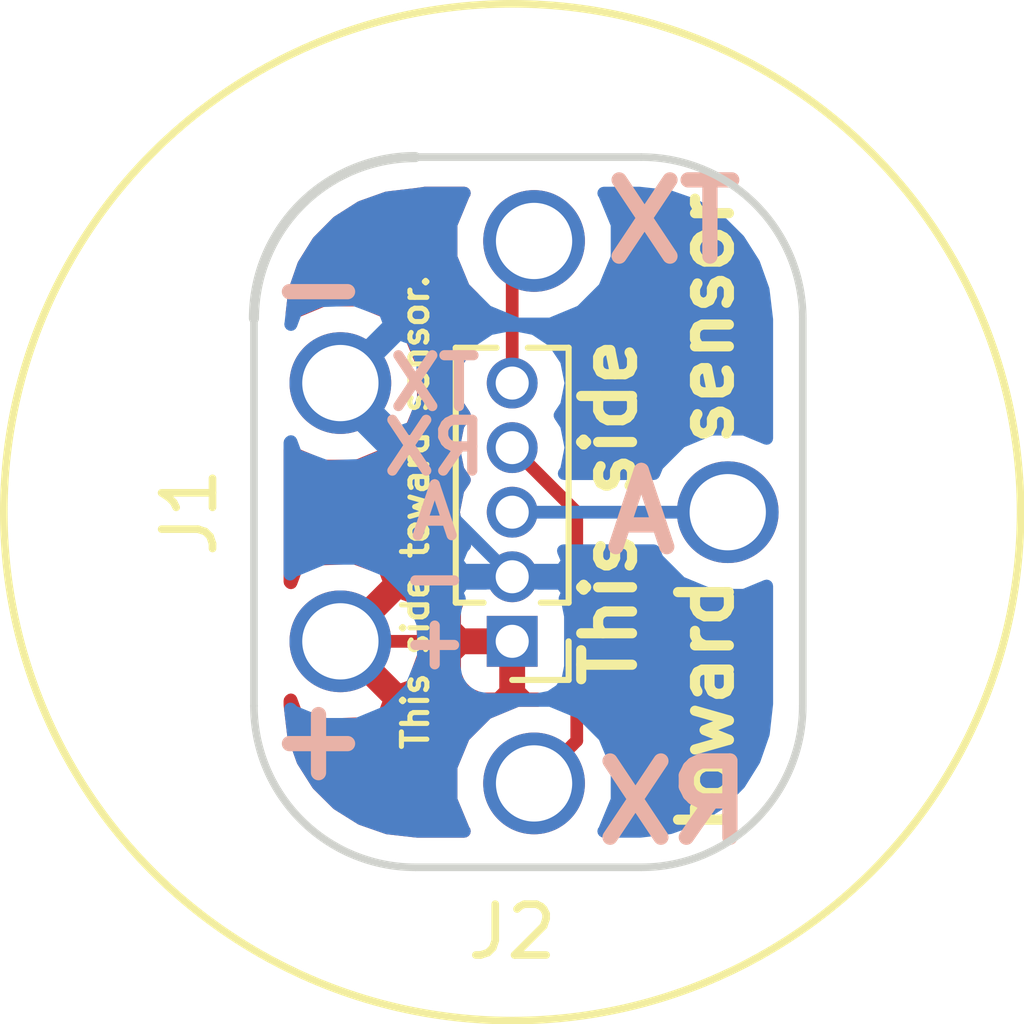
<source format=kicad_pcb>
(kicad_pcb (version 20171130) (host pcbnew 5.0.2-bee76a0~70~ubuntu18.04.1)

  (general
    (thickness 1.6)
    (drawings 22)
    (tracks 10)
    (zones 0)
    (modules 2)
    (nets 6)
  )

  (page A4)
  (layers
    (0 F.Cu signal)
    (31 B.Cu signal)
    (32 B.Adhes user)
    (33 F.Adhes user)
    (34 B.Paste user)
    (35 F.Paste user)
    (36 B.SilkS user hide)
    (37 F.SilkS user)
    (38 B.Mask user)
    (39 F.Mask user)
    (40 Dwgs.User user)
    (41 Cmts.User user)
    (42 Eco1.User user)
    (43 Eco2.User user)
    (44 Edge.Cuts user)
    (45 Margin user)
    (46 B.CrtYd user hide)
    (47 F.CrtYd user hide)
    (48 B.Fab user)
    (49 F.Fab user hide)
  )

  (setup
    (last_trace_width 0.25)
    (trace_clearance 0.2)
    (zone_clearance 0.508)
    (zone_45_only no)
    (trace_min 0.2)
    (segment_width 0.2)
    (edge_width 0.15)
    (via_size 0.8)
    (via_drill 0.4)
    (via_min_size 0.4)
    (via_min_drill 0.3)
    (uvia_size 0.3)
    (uvia_drill 0.1)
    (uvias_allowed no)
    (uvia_min_size 0.2)
    (uvia_min_drill 0.1)
    (pcb_text_width 0.3)
    (pcb_text_size 1.5 1.5)
    (mod_edge_width 0.15)
    (mod_text_size 1 1)
    (mod_text_width 0.15)
    (pad_size 2 2)
    (pad_drill 1.5)
    (pad_to_mask_clearance 0.051)
    (solder_mask_min_width 0.25)
    (aux_axis_origin 0 0)
    (visible_elements FFFFFF7F)
    (pcbplotparams
      (layerselection 0x010fc_ffffffff)
      (usegerberextensions false)
      (usegerberattributes false)
      (usegerberadvancedattributes false)
      (creategerberjobfile false)
      (excludeedgelayer true)
      (linewidth 0.100000)
      (plotframeref false)
      (viasonmask false)
      (mode 1)
      (useauxorigin false)
      (hpglpennumber 1)
      (hpglpenspeed 20)
      (hpglpendiameter 15.000000)
      (psnegative false)
      (psa4output false)
      (plotreference true)
      (plotvalue true)
      (plotinvisibletext false)
      (padsonsilk false)
      (subtractmaskfromsilk false)
      (outputformat 1)
      (mirror false)
      (drillshape 1)
      (scaleselection 1)
      (outputdirectory ""))
  )

  (net 0 "")
  (net 1 +3V3)
  (net 2 GND)
  (net 3 /A)
  (net 4 /TX)
  (net 5 /RX)

  (net_class Default "This is the default net class."
    (clearance 0.2)
    (trace_width 0.25)
    (via_dia 0.8)
    (via_drill 0.4)
    (uvia_dia 0.3)
    (uvia_drill 0.1)
    (add_net +3V3)
    (add_net /A)
    (add_net /RX)
    (add_net /TX)
    (add_net GND)
  )

  (module Connector_PinHeader_1.27mm:PinHeader_1x05_P1.27mm_Vertical (layer F.Cu) (tedit 59FED6E3) (tstamp 5DA4817E)
    (at 152.4 104.14 180)
    (descr "Through hole straight pin header, 1x05, 1.27mm pitch, single row")
    (tags "Through hole pin header THT 1x05 1.27mm single row")
    (path /5D150E7D)
    (fp_text reference J2 (at 0 -5.715 180) (layer F.SilkS)
      (effects (font (size 1 1) (thickness 0.15)))
    )
    (fp_text value Conn_01x05 (at 0 6.775 180) (layer F.Fab)
      (effects (font (size 1 1) (thickness 0.15)))
    )
    (fp_line (start -0.525 -0.635) (end 1.05 -0.635) (layer F.Fab) (width 0.1))
    (fp_line (start 1.05 -0.635) (end 1.05 5.715) (layer F.Fab) (width 0.1))
    (fp_line (start 1.05 5.715) (end -1.05 5.715) (layer F.Fab) (width 0.1))
    (fp_line (start -1.05 5.715) (end -1.05 -0.11) (layer F.Fab) (width 0.1))
    (fp_line (start -1.05 -0.11) (end -0.525 -0.635) (layer F.Fab) (width 0.1))
    (fp_line (start -1.11 5.775) (end -0.30753 5.775) (layer F.SilkS) (width 0.12))
    (fp_line (start 0.30753 5.775) (end 1.11 5.775) (layer F.SilkS) (width 0.12))
    (fp_line (start -1.11 0.76) (end -1.11 5.775) (layer F.SilkS) (width 0.12))
    (fp_line (start 1.11 0.76) (end 1.11 5.775) (layer F.SilkS) (width 0.12))
    (fp_line (start -1.11 0.76) (end -0.563471 0.76) (layer F.SilkS) (width 0.12))
    (fp_line (start 0.563471 0.76) (end 1.11 0.76) (layer F.SilkS) (width 0.12))
    (fp_line (start -1.11 0) (end -1.11 -0.76) (layer F.SilkS) (width 0.12))
    (fp_line (start -1.11 -0.76) (end 0 -0.76) (layer F.SilkS) (width 0.12))
    (fp_line (start -1.55 -1.15) (end -1.55 6.25) (layer F.CrtYd) (width 0.05))
    (fp_line (start -1.55 6.25) (end 1.55 6.25) (layer F.CrtYd) (width 0.05))
    (fp_line (start 1.55 6.25) (end 1.55 -1.15) (layer F.CrtYd) (width 0.05))
    (fp_line (start 1.55 -1.15) (end -1.55 -1.15) (layer F.CrtYd) (width 0.05))
    (fp_text user %R (at 0 2.54 270) (layer F.Fab)
      (effects (font (size 1 1) (thickness 0.15)))
    )
    (pad 1 thru_hole rect (at 0 0 180) (size 1 1) (drill 0.65) (layers *.Cu *.Mask)
      (net 1 +3V3))
    (pad 2 thru_hole oval (at 0 1.27 180) (size 1 1) (drill 0.65) (layers *.Cu *.Mask)
      (net 2 GND))
    (pad 3 thru_hole oval (at 0 2.54 180) (size 1 1) (drill 0.65) (layers *.Cu *.Mask)
      (net 3 /A))
    (pad 4 thru_hole oval (at 0 3.81 180) (size 1 1) (drill 0.65) (layers *.Cu *.Mask)
      (net 5 /RX))
    (pad 5 thru_hole oval (at 0 5.08 180) (size 1 1) (drill 0.65) (layers *.Cu *.Mask)
      (net 4 /TX))
    (model ${KISYS3DMOD}/Connector_PinHeader_1.27mm.3dshapes/PinHeader_1x05_P1.27mm_Vertical.wrl
      (at (xyz 0 0 0))
      (scale (xyz 1 1 1))
      (rotate (xyz 0 0 0))
    )
  )

  (module Dynament:Dynament (layer F.Cu) (tedit 5D965A0F) (tstamp 5DA483FF)
    (at 152.4 101.6 270)
    (path /5D161237)
    (fp_text reference J1 (at 0 6.35 270) (layer F.SilkS)
      (effects (font (size 1 1) (thickness 0.15)))
    )
    (fp_text value Dynament (at 0 -0.5 270) (layer F.Fab)
      (effects (font (size 1 1) (thickness 0.15)))
    )
    (fp_circle (center 0 0) (end 10 0) (layer F.SilkS) (width 0.15))
    (pad OUT thru_hole circle (at 0 -4.24 270) (size 2 2) (drill 1.5) (layers *.Cu *.Mask)
      (net 3 /A))
    (pad RX thru_hole circle (at 5.335 -0.43 270) (size 2 2) (drill 1.5) (layers *.Cu *.Mask)
      (net 5 /RX))
    (pad TX thru_hole circle (at -5.335 -0.43 270) (size 2 2) (drill 1.5) (layers *.Cu *.Mask)
      (net 4 /TX))
    (pad 3V3 thru_hole circle (at 2.54 3.38 270) (size 2 2) (drill 1.5) (layers *.Cu *.Mask)
      (net 1 +3V3))
    (pad GND thru_hole circle (at -2.54 3.38 270) (size 2 2) (drill 1.5) (layers *.Cu *.Mask)
      (net 2 GND))
  )

  (gr_text sensor (at 156.21 97.79 90) (layer F.SilkS) (tstamp 5D965B9A)
    (effects (font (size 1 1) (thickness 0.2)))
  )
  (gr_text toward (at 156.21 105.41 90) (layer F.SilkS) (tstamp 5D965B98)
    (effects (font (size 1 1) (thickness 0.2)))
  )
  (gr_text "This side" (at 154.305 101.6 90) (layer F.SilkS) (tstamp 5D965DAD)
    (effects (font (size 1 1) (thickness 0.2)))
  )
  (gr_text "This side toward sensor." (at 150.495 101.6 90) (layer F.SilkS)
    (effects (font (size 0.5 0.5) (thickness 0.1)))
  )
  (gr_arc (start 154.94 105.41) (end 154.94 108.585) (angle -90) (layer Edge.Cuts) (width 0.15))
  (gr_arc (start 150.495 105.41) (end 147.32 105.41) (angle -90) (layer Edge.Cuts) (width 0.15))
  (gr_arc (start 154.94 97.79) (end 158.115 97.79) (angle -90) (layer Edge.Cuts) (width 0.15))
  (gr_arc (start 150.495 97.79) (end 150.495 94.615) (angle -90) (layer Edge.Cuts) (width 0.2))
  (gr_text + (at 150.876 104.14) (layer B.SilkS) (tstamp 5DA48417)
    (effects (font (size 1 1) (thickness 0.2)) (justify mirror))
  )
  (gr_text - (at 150.876 102.87) (layer B.SilkS) (tstamp 5DA48415)
    (effects (font (size 1 1) (thickness 0.2)) (justify mirror))
  )
  (gr_text "A\n" (at 150.876 101.6) (layer B.SilkS) (tstamp 5DA483E8)
    (effects (font (size 1 1) (thickness 0.2)) (justify mirror))
  )
  (gr_text RX (at 150.876 100.33) (layer B.SilkS) (tstamp 5DA483B1)
    (effects (font (size 1 1) (thickness 0.2)) (justify mirror))
  )
  (gr_text TX (at 150.876 99.06) (layer B.SilkS) (tstamp 5DA48390)
    (effects (font (size 1 1) (thickness 0.2)) (justify mirror))
  )
  (gr_text + (at 148.59 106.045) (layer B.SilkS)
    (effects (font (size 1.5 1.5) (thickness 0.3)) (justify mirror))
  )
  (gr_text - (at 148.59 97.155) (layer B.SilkS)
    (effects (font (size 1.5 1.5) (thickness 0.3)) (justify mirror))
  )
  (gr_text A (at 154.94 101.6) (layer B.SilkS)
    (effects (font (size 1.5 1.5) (thickness 0.3)) (justify mirror))
  )
  (gr_text RX (at 155.575 107.315) (layer B.SilkS) (tstamp 5DA48378)
    (effects (font (size 1.5 1.5) (thickness 0.3)) (justify mirror))
  )
  (gr_text TX (at 155.575 95.885) (layer B.SilkS) (tstamp 5DA4838C)
    (effects (font (size 1.5 1.5) (thickness 0.3)) (justify mirror))
  )
  (gr_line (start 147.32 105.41) (end 147.32 97.79) (layer Edge.Cuts) (width 0.15))
  (gr_line (start 154.94 108.585) (end 150.495 108.585) (layer Edge.Cuts) (width 0.15))
  (gr_line (start 158.115 97.79) (end 158.115 105.41) (layer Edge.Cuts) (width 0.15))
  (gr_line (start 150.495 94.615) (end 154.94 94.615) (layer Edge.Cuts) (width 0.15))

  (segment (start 149.02 104.14) (end 152.37999 104.14) (width 0.25) (layer F.Cu) (net 1))
  (segment (start 149.02 99.49) (end 149.02 99.06) (width 0.25) (layer B.Cu) (net 2))
  (segment (start 152.4 102.87) (end 149.02 99.49) (width 0.25) (layer B.Cu) (net 2))
  (segment (start 152.4 101.6) (end 156.64 101.6) (width 0.25) (layer B.Cu) (net 3))
  (segment (start 152.4 96.695) (end 152.83 96.265) (width 0.25) (layer F.Cu) (net 4))
  (segment (start 152.4 99.06) (end 152.4 96.695) (width 0.25) (layer F.Cu) (net 4))
  (segment (start 153.579999 106.185001) (end 152.83 106.935) (width 0.25) (layer F.Cu) (net 5))
  (segment (start 153.67 106.095) (end 153.579999 106.185001) (width 0.25) (layer F.Cu) (net 5))
  (segment (start 153.67 101.6) (end 153.67 106.095) (width 0.25) (layer F.Cu) (net 5))
  (segment (start 152.4 100.33) (end 153.67 101.6) (width 0.25) (layer F.Cu) (net 5))

  (zone (net 1) (net_name +3V3) (layer F.Cu) (tstamp 5D965CB5) (hatch edge 0.508)
    (connect_pads (clearance 0.508))
    (min_thickness 0.254)
    (fill yes (arc_segments 16) (thermal_gap 0.508) (thermal_bridge_width 0.508))
    (polygon
      (pts
        (xy 147.32 94.615) (xy 158.115 94.615) (xy 158.115 108.585) (xy 147.32 108.585)
      )
    )
    (filled_polygon
      (pts
        (xy 151.443914 95.338847) (xy 151.195 95.939778) (xy 151.195 96.590222) (xy 151.443914 97.191153) (xy 151.640001 97.38724)
        (xy 151.64 98.202763) (xy 151.581711 98.241711) (xy 151.330854 98.617145) (xy 151.242765 99.06) (xy 151.330854 99.502855)
        (xy 151.459241 99.695) (xy 151.330854 99.887145) (xy 151.242765 100.33) (xy 151.330854 100.772855) (xy 151.459241 100.965)
        (xy 151.330854 101.157145) (xy 151.242765 101.6) (xy 151.330854 102.042855) (xy 151.459241 102.235) (xy 151.330854 102.427145)
        (xy 151.242765 102.87) (xy 151.330854 103.312855) (xy 151.341555 103.32887) (xy 151.265 103.51369) (xy 151.265 103.85425)
        (xy 151.42375 104.013) (xy 152.273 104.013) (xy 152.273 104.001973) (xy 152.288217 104.005) (xy 152.511783 104.005)
        (xy 152.527 104.001973) (xy 152.527 104.013) (xy 152.547 104.013) (xy 152.547 104.267) (xy 152.527 104.267)
        (xy 152.527 105.11625) (xy 152.68575 105.275) (xy 152.910001 105.275) (xy 152.910001 105.3) (xy 152.504778 105.3)
        (xy 151.903847 105.548914) (xy 151.443914 106.008847) (xy 151.195 106.609778) (xy 151.195 107.260222) (xy 151.443914 107.861153)
        (xy 151.457761 107.875) (xy 150.534693 107.875) (xy 149.94987 107.809401) (xy 149.431835 107.629003) (xy 148.966636 107.338315)
        (xy 148.577403 106.95179) (xy 148.283475 106.488633) (xy 148.099462 105.971865) (xy 148.03 105.389342) (xy 148.03 105.309608)
        (xy 148.047074 105.292534) (xy 148.145736 105.559387) (xy 148.755461 105.785908) (xy 149.40546 105.761856) (xy 149.894264 105.559387)
        (xy 149.992927 105.292532) (xy 149.02 104.319605) (xy 149.005858 104.333748) (xy 148.826253 104.154143) (xy 148.840395 104.14)
        (xy 149.199605 104.14) (xy 150.172532 105.112927) (xy 150.439387 105.014264) (xy 150.658027 104.42575) (xy 151.265 104.42575)
        (xy 151.265 104.76631) (xy 151.361673 104.999699) (xy 151.540302 105.178327) (xy 151.773691 105.275) (xy 152.11425 105.275)
        (xy 152.273 105.11625) (xy 152.273 104.267) (xy 151.42375 104.267) (xy 151.265 104.42575) (xy 150.658027 104.42575)
        (xy 150.665908 104.404539) (xy 150.641856 103.75454) (xy 150.439387 103.265736) (xy 150.172532 103.167073) (xy 149.199605 104.14)
        (xy 148.840395 104.14) (xy 148.826253 104.125858) (xy 149.005858 103.946253) (xy 149.02 103.960395) (xy 149.992927 102.987468)
        (xy 149.894264 102.720613) (xy 149.284539 102.494092) (xy 148.63454 102.518144) (xy 148.145736 102.720613) (xy 148.047074 102.987466)
        (xy 148.03 102.970392) (xy 148.03 100.382239) (xy 148.093847 100.446086) (xy 148.694778 100.695) (xy 149.345222 100.695)
        (xy 149.946153 100.446086) (xy 150.406086 99.986153) (xy 150.655 99.385222) (xy 150.655 98.734778) (xy 150.406086 98.133847)
        (xy 149.946153 97.673914) (xy 149.345222 97.425) (xy 148.694778 97.425) (xy 148.093847 97.673914) (xy 148.06995 97.697811)
        (xy 148.12013 97.250447) (xy 148.298686 96.737702) (xy 148.586401 96.277261) (xy 148.968973 95.892009) (xy 149.427397 95.601085)
        (xy 149.938874 95.418956) (xy 150.559861 95.344907) (xy 150.577691 95.340725) (xy 150.660327 95.331165) (xy 150.677834 95.325)
        (xy 151.457761 95.325)
      )
    )
  )
  (zone (net 2) (net_name GND) (layer B.Cu) (tstamp 0) (hatch edge 0.508)
    (connect_pads (clearance 0.508))
    (min_thickness 0.254)
    (fill yes (arc_segments 16) (thermal_gap 0.508) (thermal_bridge_width 0.508))
    (polygon
      (pts
        (xy 147.32 94.615) (xy 158.115 94.615) (xy 158.115 108.585) (xy 147.32 108.585)
      )
    )
    (filled_polygon
      (pts
        (xy 151.443914 95.338847) (xy 151.195 95.939778) (xy 151.195 96.590222) (xy 151.443914 97.191153) (xy 151.903847 97.651086)
        (xy 152.504778 97.9) (xy 153.155222 97.9) (xy 153.756153 97.651086) (xy 154.216086 97.191153) (xy 154.465 96.590222)
        (xy 154.465 95.939778) (xy 154.216086 95.338847) (xy 154.202239 95.325) (xy 154.900307 95.325) (xy 155.48513 95.390599)
        (xy 156.003168 95.570998) (xy 156.468365 95.861686) (xy 156.857597 96.24821) (xy 157.151525 96.711367) (xy 157.335538 97.228134)
        (xy 157.405 97.810658) (xy 157.405 100.147162) (xy 156.965222 99.965) (xy 156.314778 99.965) (xy 155.713847 100.213914)
        (xy 155.253914 100.673847) (xy 155.185091 100.84) (xy 153.424281 100.84) (xy 153.469146 100.772855) (xy 153.557235 100.33)
        (xy 153.469146 99.887145) (xy 153.340759 99.695) (xy 153.469146 99.502855) (xy 153.557235 99.06) (xy 153.469146 98.617145)
        (xy 153.218289 98.241711) (xy 152.842855 97.990854) (xy 152.511783 97.925) (xy 152.288217 97.925) (xy 151.957145 97.990854)
        (xy 151.581711 98.241711) (xy 151.330854 98.617145) (xy 151.242765 99.06) (xy 151.330854 99.502855) (xy 151.459241 99.695)
        (xy 151.330854 99.887145) (xy 151.242765 100.33) (xy 151.330854 100.772855) (xy 151.459241 100.965) (xy 151.330854 101.157145)
        (xy 151.242765 101.6) (xy 151.330854 102.042855) (xy 151.467199 102.24691) (xy 151.412873 102.309791) (xy 151.305881 102.568126)
        (xy 151.432046 102.743) (xy 152.273 102.743) (xy 152.273 102.731973) (xy 152.288217 102.735) (xy 152.511783 102.735)
        (xy 152.527 102.731973) (xy 152.527 102.743) (xy 153.367954 102.743) (xy 153.494119 102.568126) (xy 153.407922 102.36)
        (xy 155.185091 102.36) (xy 155.253914 102.526153) (xy 155.713847 102.986086) (xy 156.314778 103.235) (xy 156.965222 103.235)
        (xy 157.405001 103.052838) (xy 157.405001 105.370298) (xy 157.339401 105.95513) (xy 157.159003 106.473165) (xy 156.868315 106.938364)
        (xy 156.48179 107.327597) (xy 156.018633 107.621525) (xy 155.501865 107.805538) (xy 154.919342 107.875) (xy 154.202239 107.875)
        (xy 154.216086 107.861153) (xy 154.465 107.260222) (xy 154.465 106.609778) (xy 154.216086 106.008847) (xy 153.756153 105.548914)
        (xy 153.155222 105.3) (xy 152.504778 105.3) (xy 151.903847 105.548914) (xy 151.443914 106.008847) (xy 151.195 106.609778)
        (xy 151.195 107.260222) (xy 151.443914 107.861153) (xy 151.457761 107.875) (xy 150.534693 107.875) (xy 149.94987 107.809401)
        (xy 149.431835 107.629003) (xy 148.966636 107.338315) (xy 148.577403 106.95179) (xy 148.283475 106.488633) (xy 148.099462 105.971865)
        (xy 148.039869 105.472108) (xy 148.093847 105.526086) (xy 148.694778 105.775) (xy 149.345222 105.775) (xy 149.946153 105.526086)
        (xy 150.406086 105.066153) (xy 150.655 104.465222) (xy 150.655 103.814778) (xy 150.582605 103.64) (xy 151.25256 103.64)
        (xy 151.25256 104.64) (xy 151.301843 104.887765) (xy 151.442191 105.097809) (xy 151.652235 105.238157) (xy 151.9 105.28744)
        (xy 152.9 105.28744) (xy 153.147765 105.238157) (xy 153.357809 105.097809) (xy 153.498157 104.887765) (xy 153.54744 104.64)
        (xy 153.54744 103.64) (xy 153.498157 103.392235) (xy 153.439322 103.304183) (xy 153.494119 103.171874) (xy 153.367954 102.997)
        (xy 152.922322 102.997) (xy 152.9 102.99256) (xy 151.9 102.99256) (xy 151.877678 102.997) (xy 151.432046 102.997)
        (xy 151.305881 103.171874) (xy 151.360678 103.304183) (xy 151.301843 103.392235) (xy 151.25256 103.64) (xy 150.582605 103.64)
        (xy 150.406086 103.213847) (xy 149.946153 102.753914) (xy 149.345222 102.505) (xy 148.694778 102.505) (xy 148.093847 102.753914)
        (xy 148.03 102.817761) (xy 148.03 100.229608) (xy 148.047074 100.212534) (xy 148.145736 100.479387) (xy 148.755461 100.705908)
        (xy 149.40546 100.681856) (xy 149.894264 100.479387) (xy 149.992927 100.212532) (xy 149.02 99.239605) (xy 149.005858 99.253748)
        (xy 148.826253 99.074143) (xy 148.840395 99.06) (xy 149.199605 99.06) (xy 150.172532 100.032927) (xy 150.439387 99.934264)
        (xy 150.665908 99.324539) (xy 150.641856 98.67454) (xy 150.439387 98.185736) (xy 150.172532 98.087073) (xy 149.199605 99.06)
        (xy 148.840395 99.06) (xy 148.826253 99.045858) (xy 149.005858 98.866253) (xy 149.02 98.880395) (xy 149.992927 97.907468)
        (xy 149.894264 97.640613) (xy 149.284539 97.414092) (xy 148.63454 97.438144) (xy 148.145736 97.640613) (xy 148.047074 97.907466)
        (xy 148.043852 97.904244) (xy 148.049204 97.88212) (xy 148.050419 97.87193) (xy 148.12013 97.250447) (xy 148.298686 96.737702)
        (xy 148.586401 96.277261) (xy 148.968973 95.892009) (xy 149.427397 95.601085) (xy 149.938874 95.418956) (xy 150.559861 95.344907)
        (xy 150.577691 95.340725) (xy 150.660327 95.331165) (xy 150.677834 95.325) (xy 151.457761 95.325)
      )
    )
  )
)

</source>
